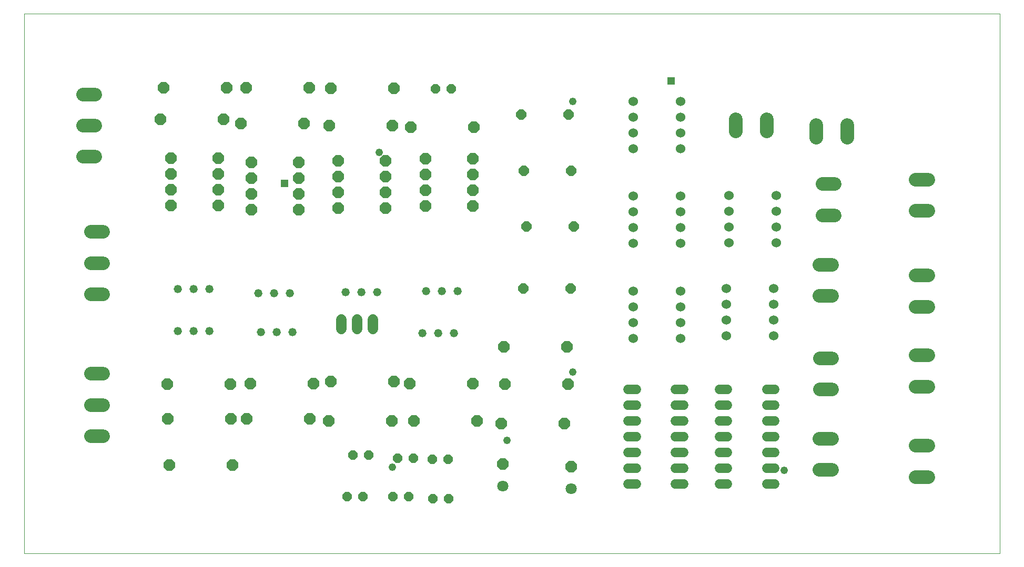
<source format=gbs>
G75*
%MOIN*%
%OFA0B0*%
%FSLAX25Y25*%
%IPPOS*%
%LPD*%
%AMOC8*
5,1,8,0,0,1.08239X$1,22.5*
%
%ADD10C,0.00000*%
%ADD11C,0.08600*%
%ADD12OC8,0.06000*%
%ADD13OC8,0.07100*%
%ADD14C,0.07100*%
%ADD15OC8,0.06400*%
%ADD16C,0.06000*%
%ADD17C,0.06000*%
%ADD18C,0.06800*%
%ADD19C,0.05200*%
%ADD20OC8,0.07296*%
%ADD21C,0.04800*%
%ADD22R,0.04762X0.04762*%
D10*
X0001000Y0001000D02*
X0001000Y0343520D01*
X0619110Y0343520D01*
X0619110Y0001000D01*
X0001000Y0001000D01*
D11*
X0043163Y0075552D02*
X0050963Y0075552D01*
X0050963Y0095252D02*
X0043163Y0095252D01*
X0043163Y0114952D02*
X0050963Y0114952D01*
X0050963Y0165552D02*
X0043163Y0165552D01*
X0043163Y0185252D02*
X0050963Y0185252D01*
X0050963Y0204952D02*
X0043163Y0204952D01*
X0045963Y0252678D02*
X0038163Y0252678D01*
X0038163Y0272378D02*
X0045963Y0272378D01*
X0045963Y0292078D02*
X0038163Y0292078D01*
X0451730Y0276554D02*
X0451730Y0268754D01*
X0471530Y0268754D02*
X0471530Y0276554D01*
X0502911Y0272617D02*
X0502911Y0264817D01*
X0522711Y0264817D02*
X0522711Y0272617D01*
X0565958Y0238105D02*
X0573758Y0238105D01*
X0573758Y0218305D02*
X0565958Y0218305D01*
X0514703Y0215470D02*
X0506903Y0215470D01*
X0506903Y0235270D02*
X0514703Y0235270D01*
X0512774Y0184128D02*
X0504974Y0184128D01*
X0504974Y0164328D02*
X0512774Y0164328D01*
X0565958Y0157557D02*
X0573758Y0157557D01*
X0573758Y0177357D02*
X0565958Y0177357D01*
X0565958Y0126727D02*
X0573758Y0126727D01*
X0573758Y0106927D02*
X0565958Y0106927D01*
X0513010Y0105076D02*
X0505210Y0105076D01*
X0505210Y0124876D02*
X0513010Y0124876D01*
X0512774Y0073892D02*
X0504974Y0073892D01*
X0504974Y0054092D02*
X0512774Y0054092D01*
X0565958Y0049565D02*
X0573758Y0049565D01*
X0573758Y0069365D02*
X0565958Y0069365D01*
D12*
X0269425Y0060646D03*
X0259425Y0060646D03*
X0247575Y0061276D03*
X0237575Y0061276D03*
X0219150Y0063402D03*
X0209150Y0063402D03*
X0205488Y0037024D03*
X0215488Y0037024D03*
X0234425Y0037024D03*
X0244425Y0037024D03*
X0259819Y0035843D03*
X0269819Y0035843D03*
X0271709Y0295685D03*
X0261709Y0295685D03*
D13*
X0255134Y0251433D03*
X0255134Y0241433D03*
X0255134Y0231433D03*
X0255134Y0221433D03*
X0230016Y0220252D03*
X0230016Y0230252D03*
X0230016Y0240252D03*
X0230016Y0250252D03*
X0200016Y0250252D03*
X0200016Y0240252D03*
X0200016Y0230252D03*
X0200016Y0220252D03*
X0174898Y0219071D03*
X0174898Y0229071D03*
X0174898Y0239071D03*
X0174898Y0249071D03*
X0144898Y0249071D03*
X0144898Y0239071D03*
X0144898Y0229071D03*
X0144898Y0219071D03*
X0123717Y0221827D03*
X0123717Y0231827D03*
X0123717Y0241827D03*
X0123717Y0251827D03*
X0093717Y0251827D03*
X0093717Y0241827D03*
X0093717Y0231827D03*
X0093717Y0221827D03*
X0285134Y0221433D03*
X0285134Y0231433D03*
X0285134Y0241433D03*
X0285134Y0251433D03*
X0304307Y0057921D03*
X0347614Y0056228D03*
D14*
X0347614Y0042228D03*
X0304307Y0043921D03*
D15*
X0317063Y0169071D03*
X0347063Y0169071D03*
X0349307Y0208441D03*
X0319307Y0208441D03*
X0317614Y0243874D03*
X0347614Y0243874D03*
X0345921Y0279307D03*
X0315921Y0279307D03*
D16*
X0383597Y0105094D02*
X0388797Y0105094D01*
X0388797Y0095094D02*
X0383597Y0095094D01*
X0383597Y0085094D02*
X0388797Y0085094D01*
X0388797Y0075094D02*
X0383597Y0075094D01*
X0383597Y0065094D02*
X0388797Y0065094D01*
X0388797Y0055094D02*
X0383597Y0055094D01*
X0383597Y0045094D02*
X0388797Y0045094D01*
X0413597Y0045094D02*
X0418797Y0045094D01*
X0418797Y0055094D02*
X0413597Y0055094D01*
X0413597Y0065094D02*
X0418797Y0065094D01*
X0418797Y0075094D02*
X0413597Y0075094D01*
X0413597Y0085094D02*
X0418797Y0085094D01*
X0418797Y0095094D02*
X0413597Y0095094D01*
X0413597Y0105094D02*
X0418797Y0105094D01*
X0441471Y0105252D02*
X0446671Y0105252D01*
X0446671Y0095252D02*
X0441471Y0095252D01*
X0441471Y0085252D02*
X0446671Y0085252D01*
X0446671Y0075252D02*
X0441471Y0075252D01*
X0441471Y0065252D02*
X0446671Y0065252D01*
X0446671Y0055252D02*
X0441471Y0055252D01*
X0441471Y0045252D02*
X0446671Y0045252D01*
X0471471Y0045252D02*
X0476671Y0045252D01*
X0476671Y0055252D02*
X0471471Y0055252D01*
X0471471Y0065252D02*
X0476671Y0065252D01*
X0476671Y0075252D02*
X0471471Y0075252D01*
X0471471Y0085252D02*
X0476671Y0085252D01*
X0476671Y0095252D02*
X0471471Y0095252D01*
X0471471Y0105252D02*
X0476671Y0105252D01*
D17*
X0475843Y0138953D03*
X0475843Y0148953D03*
X0475843Y0158953D03*
X0475843Y0168953D03*
X0445843Y0168953D03*
X0445843Y0158953D03*
X0445843Y0148953D03*
X0445843Y0138953D03*
X0416787Y0137378D03*
X0416787Y0147378D03*
X0416787Y0157378D03*
X0416787Y0167378D03*
X0386787Y0167378D03*
X0386787Y0157378D03*
X0386787Y0147378D03*
X0386787Y0137378D03*
X0386787Y0197614D03*
X0386787Y0207614D03*
X0386787Y0217614D03*
X0386787Y0227614D03*
X0416787Y0227614D03*
X0416787Y0217614D03*
X0416787Y0207614D03*
X0416787Y0197614D03*
X0447417Y0198008D03*
X0447417Y0208008D03*
X0447417Y0218008D03*
X0447417Y0228008D03*
X0477417Y0228008D03*
X0477417Y0218008D03*
X0477417Y0208008D03*
X0477417Y0198008D03*
X0416787Y0257850D03*
X0416787Y0267850D03*
X0416787Y0277850D03*
X0416787Y0287850D03*
X0386787Y0287850D03*
X0386787Y0277850D03*
X0386787Y0267850D03*
X0386787Y0257850D03*
D18*
X0221827Y0149394D02*
X0221827Y0143394D01*
X0211827Y0143394D02*
X0211827Y0149394D01*
X0201827Y0149394D02*
X0201827Y0143394D01*
D19*
X0171000Y0141433D03*
X0161000Y0141433D03*
X0151000Y0141433D03*
X0118126Y0141945D03*
X0108126Y0141945D03*
X0098126Y0141945D03*
X0098126Y0168874D03*
X0108126Y0168874D03*
X0118126Y0168874D03*
X0149307Y0166197D03*
X0159307Y0166197D03*
X0169307Y0166197D03*
X0204425Y0166827D03*
X0214425Y0166827D03*
X0224425Y0166827D03*
X0255606Y0167457D03*
X0265606Y0167457D03*
X0275606Y0167457D03*
X0273362Y0140803D03*
X0263362Y0140803D03*
X0253362Y0140803D03*
D20*
X0304819Y0132024D03*
X0305488Y0108520D03*
X0285370Y0108756D03*
X0245370Y0108756D03*
X0235370Y0110134D03*
X0195370Y0110134D03*
X0184189Y0108756D03*
X0181827Y0086512D03*
X0193795Y0085134D03*
X0233795Y0085134D03*
X0247732Y0085134D03*
X0287732Y0085134D03*
X0303244Y0083402D03*
X0343244Y0083402D03*
X0345488Y0108520D03*
X0344819Y0132024D03*
X0144189Y0108756D03*
X0131709Y0108520D03*
X0131827Y0086512D03*
X0141827Y0086512D03*
X0091827Y0086512D03*
X0091709Y0108520D03*
X0093008Y0057220D03*
X0133008Y0057220D03*
X0245882Y0271433D03*
X0234189Y0272378D03*
X0235370Y0296000D03*
X0195370Y0296000D03*
X0181433Y0296551D03*
X0178283Y0273756D03*
X0194189Y0272378D03*
X0138283Y0273756D03*
X0127102Y0276315D03*
X0129071Y0296551D03*
X0141433Y0296551D03*
X0089071Y0296551D03*
X0087102Y0276315D03*
X0285882Y0271433D03*
D21*
X0226000Y0255482D03*
X0348400Y0287882D03*
X0348400Y0115982D03*
X0307000Y0072782D03*
X0234100Y0055682D03*
X0482500Y0053882D03*
D22*
X0166000Y0235882D03*
X0411000Y0300882D03*
M02*

</source>
